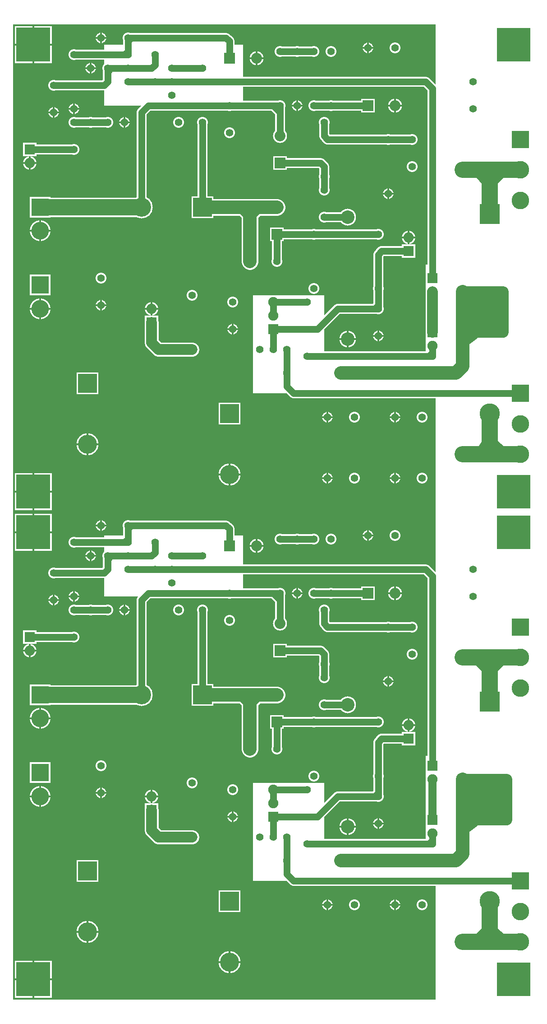
<source format=gbl>
G04*
G04 Format:               Gerber RS-274X*
G04 Layer:                BottomCopper*
G04 This File Name:       5 T-Amp - Stereo.gbl*
G04 Source File Name:     5 T-Amp - Stereo.pcb*
G04 Unique ID:            d56d88e7-26f9-4dda-b3b1-e3405f52b982*
G04 Generated Date:       Sunday, 02 June 2024 19:37:13*
G04*
G04 Created Using:        Robot Room Copper Connection v2.7.5443*
G04 Software Contact:     http://www.robotroom.com/CopperConnection/Support.aspx*
G04 License Number:       1685*
G04 Student Edition:      true*
G04*
G04 Zero Suppression:     Leading*
G04 Number Precision:     2.4*
G04*
%FSLAX24Y24*%
%MOIN*%
%LNBottomCopper*%
%ADD10C,.05*%
%ADD11C,.056*%
%ADD12C,.06*%
%ADD13C,.074*%
%ADD14C,.075*%
%ADD15C,.08*%
%ADD16C,.084*%
%ADD17C,.099*%
%ADD18C,.1*%
%ADD19C,.104*%
%ADD20C,.12*%
%ADD21C,.124*%
%ADD22C,.13*%
%ADD23C,.14*%
%ADD24C,.144*%
%ADD25C,.15*%
%ADD26C,.154*%
%ADD27C,.164*%
%ADD28C,.174*%
%ADD29R,.006X.006*%
%ADD30R,.012X.012*%
%ADD31R,.075X.075*%
%ADD32R,.08X.08*%
%ADD33R,.099X.099*%
%ADD34R,.104X.104*%
%ADD35R,.13X.13*%
%ADD36R,.14X.14*%
%ADD37R,.15X.15*%
%ADD38R,.154X.154*%
%ADD39R,.164X.164*%
%ADD40R,.174X.174*%
%ADD41R,.25X.25*%
%ADD42R,.274X.274*%
%AMTHERMAL*7,0,0,$1,$1-$2-$2,$2,0*%
%ADD43THERMAL,.08X.012*%
%ADD44THERMAL,.099X.012*%
%ADD45THERMAL,.104X.012*%
%ADD46THERMAL,.124X.012*%
%ADD47THERMAL,.154X.012*%
%ADD48THERMAL,.164X.012*%
G36*
G01X30500Y49000D02*
X31500D01*
Y52500D01*
X30500D01*
Y49000D01*
G37*
G36*
X30500Y13000D02*
X31500D01*
Y16500D01*
X30500D01*
Y13000D01*
G37*
G36*
X0Y72000D02*
Y0D01*
X38500D01*
Y72000D01*
X0D01*
G37*
%LPC*%
G36*
X37500Y53000D02*
Y48750D01*
X36250D01*
Y53000D01*
X37500D01*
G37*
G36*
X31250Y0D02*
X38500D01*
Y72000D01*
X31250D01*
Y0D01*
G37*
G36*
X37500Y17000D02*
Y12750D01*
X36250D01*
Y17000D01*
X37500D01*
G37*
G36*
X32000Y10500D02*
Y18000D01*
X30500D01*
Y10500D01*
X32000D01*
G37*
G36*
X23500Y10250D02*
Y11500D01*
X31000D01*
Y10250D01*
X23500D01*
G37*
G36*
X23500Y46250D02*
Y47500D01*
X31000D01*
Y46250D01*
X23500D01*
G37*
G36*
X32000Y46750D02*
Y54250D01*
X30500D01*
Y46750D01*
X32000D01*
G37*
G36*
X18750Y50750D02*
Y49500D01*
X19750D01*
Y50750D01*
X18750D01*
G37*
G36*
X17750Y44750D02*
Y52000D01*
X23000D01*
Y44750D01*
X17750D01*
G37*
G36*
X23500Y10500D02*
Y8500D01*
X32000D01*
Y10500D01*
X23500D01*
G37*
G36*
X23500Y46750D02*
Y44750D01*
X32000D01*
Y46750D01*
X23500D01*
G37*
G36*
X20250Y11500D02*
Y9250D01*
X20750Y8750D01*
X24500D01*
Y11500D01*
X20250D01*
G37*
G36*
X20250Y47500D02*
Y45250D01*
X20750Y44750D01*
X24500D01*
Y47500D01*
X20250D01*
G37*
G36*
X6750Y66000D02*
X17000D01*
Y70500D01*
X6750D01*
Y66000D01*
G37*
G36*
X8500Y70000D02*
Y71250D01*
X15750D01*
X16000Y71000D01*
Y68000D01*
X8500D01*
Y70000D01*
G37*
G36*
X8500Y33750D02*
Y35000D01*
X15750D01*
X16000Y34750D01*
Y31750D01*
X8500D01*
Y33750D01*
G37*
G36*
X6750Y29750D02*
X17000D01*
Y34250D01*
X6750D01*
Y29750D01*
G37*
G36*
X17750Y8750D02*
Y16000D01*
X23000D01*
Y8750D01*
X17750D01*
G37*
D43*
X5750Y68750D03*
X21000Y66000D03*
X27750Y59500D03*
X4500Y65750D03*
X8250Y64750D03*
X3000Y65500D03*
X27000Y49000D03*
X6500Y71000D03*
Y51250D03*
X23250Y38500D03*
X16250Y49500D03*
X23250Y43000D03*
X28250D03*
X34000Y65750D03*
X26250Y70250D03*
X28250Y38500D03*
X5750Y32750D03*
X21000Y30000D03*
X27750Y23500D03*
X4500Y29750D03*
X8250Y28750D03*
X3000Y29500D03*
X27000Y13000D03*
X6500Y35000D03*
Y15250D03*
X16250Y13500D03*
X23250Y7000D03*
X28250D03*
X34000Y29750D03*
X26250Y34250D03*
D44*
X1250Y61750D03*
X29250Y56250D03*
X10250Y51000D03*
X1250Y25750D03*
X29250Y20250D03*
X10250Y15000D03*
D45*
X18000Y69500D03*
X28250Y66000D03*
X18000Y33500D03*
X28250Y30000D03*
D46*
X24750Y48750D03*
Y12750D03*
D47*
X2000Y56750D03*
Y51000D03*
Y20750D03*
Y15000D03*
D48*
X5500Y41000D03*
X16000Y38750D03*
X5500Y5000D03*
X16000Y2750D03*
D13*
X1250Y62750D02*
X4500D01*
Y64750D02*
X5750D01*
X7000Y68750D02*
X8500D01*
Y67750D02*
X11750D01*
X5750Y64750D02*
X7000D01*
X11750Y67750D02*
X10500D01*
X11750Y68750D02*
X14000D01*
X8500Y70750D02*
X8750Y71000D01*
X8500Y68750D02*
X10250D01*
X16000Y69500D02*
Y70750D01*
X10500Y67750D02*
X30500D01*
X31000Y67250D01*
Y53250D01*
X15750Y35000D02*
X8750D01*
X10250Y68750D02*
X10500Y69000D01*
X8500Y70000D02*
X8250Y69750D01*
X10500Y69000D02*
Y69750D01*
X8500D02*
Y70000D01*
X16000Y70750D02*
X15750Y71000D01*
X8500Y69750D02*
X8250D01*
X8500Y70000D02*
Y70750D01*
Y71000D02*
X8750D01*
X8500D02*
Y70750D01*
X4500Y69750D02*
X8250D01*
X14000Y58500D02*
Y64750D01*
X3000Y67500D02*
X6750D01*
X7000Y68500D02*
X7250Y68750D01*
X6750Y67500D02*
X7000Y67750D01*
Y68750D01*
X19750Y70000D02*
X21000D01*
X22250D01*
X19750Y66000D02*
X19250D01*
X16000D02*
X10000D01*
X19750D02*
Y65500D01*
X10000Y66000D02*
X9500Y65500D01*
X19250Y66000D02*
X19750Y65500D01*
X9500D02*
Y58500D01*
X16000Y66000D02*
X19250D01*
X19750Y63750D02*
Y65500D01*
X23500Y66000D02*
X22250D01*
X23500D02*
X26250D01*
X27750Y63500D02*
X29500D01*
X23250D01*
X23000Y63750D01*
Y64750D01*
X24750Y57750D02*
X23000D01*
Y59750D02*
Y60750D01*
X19750Y61750D02*
X22750D01*
X19250Y49500D02*
Y48000D01*
X22750Y61750D02*
X23000Y61500D01*
X19250Y51500D02*
Y50500D01*
X23000Y61500D02*
Y60750D01*
X19250Y51500D02*
X21750D01*
X31000Y47750D02*
X30750Y47500D01*
X20250Y48000D02*
Y46250D01*
X37500Y44750D02*
X20750D01*
X31000Y47500D02*
Y48250D01*
X20750Y44750D02*
X20250Y45250D01*
X31000Y47500D02*
X21750D01*
X20250Y45250D02*
Y46250D01*
X19500Y56500D02*
X22250D01*
X19500Y54500D02*
Y56500D01*
X22250D02*
X27000D01*
Y52500D02*
Y51000D01*
X19250Y49500D02*
X22500D01*
X27000Y51250D02*
X26750Y51000D01*
X22500Y49500D02*
X24000Y51000D01*
X27000D01*
Y52500D02*
Y55000D01*
X27250Y55250D01*
X29250D01*
X1250Y26750D02*
X4500D01*
Y28750D02*
X5750D01*
X7000Y32750D02*
X8500D01*
Y31750D02*
X11750D01*
X5750Y28750D02*
X7000D01*
X11750Y31750D02*
X10500D01*
X11750Y32750D02*
X14000D01*
X8500Y33750D02*
X8250D01*
X8500D02*
Y34000D01*
Y32750D02*
X10250D01*
X16000Y33500D02*
Y34750D01*
X10500Y31750D02*
X30500D01*
X31000Y31250D01*
Y17250D01*
X8500Y34750D02*
X8750Y35000D01*
X10250Y32750D02*
X10500Y33000D01*
X8500Y35000D02*
Y34750D01*
X10500Y33000D02*
Y33750D01*
X16000Y34750D02*
X15750Y35000D01*
X8500D02*
X8750D01*
X8500Y34000D02*
X8250Y33750D01*
X8500Y34750D02*
Y34000D01*
X4500Y33750D02*
X8250D01*
X14000Y22500D02*
Y28750D01*
X3000Y31500D02*
X6750D01*
X7000Y32500D02*
X7250Y32750D01*
X6750Y31500D02*
X7000Y31750D01*
Y32750D01*
X19750Y34000D02*
X21000D01*
X22250D01*
X19750Y30000D02*
X19250D01*
X16000D02*
X10000D01*
X19750D02*
Y29500D01*
X10000Y30000D02*
X9500Y29500D01*
X19250Y30000D02*
X19750Y29500D01*
X9500D02*
Y22500D01*
X16000Y30000D02*
X19250D01*
X19750Y27750D02*
Y29500D01*
X23500Y30000D02*
X22250D01*
X23500D02*
X26250D01*
X27750Y27500D02*
X29500D01*
X23250D01*
X23000Y27750D01*
Y28750D01*
X24750Y21750D02*
X23000D01*
Y23750D02*
Y24750D01*
X19750Y25750D02*
X22750D01*
X19250Y13500D02*
Y12000D01*
X22750Y25750D02*
X23000Y25500D01*
X19250Y15500D02*
Y14500D01*
X23000Y25500D02*
Y24750D01*
X19250Y15500D02*
X21750D01*
X31000Y11750D02*
X30750Y11500D01*
X20250Y12000D02*
Y10250D01*
X37500Y8750D02*
X20750D01*
X31000Y11500D02*
Y12250D01*
X20750Y8750D02*
X20250Y9250D01*
X31000Y11500D02*
X21750D01*
X20250Y9250D02*
Y10250D01*
X19500Y20500D02*
X22250D01*
X19500Y18500D02*
Y20500D01*
X22250D02*
X27000D01*
Y16500D02*
Y15000D01*
X19250Y13500D02*
X22500D01*
X27000Y15250D02*
X26750Y15000D01*
X22500Y13500D02*
X24000Y15000D01*
X27000D01*
Y16500D02*
Y19000D01*
X27250Y19250D01*
X29250D01*
X15750Y71000D02*
X8750D01*
D15*
X18250Y48000D03*
X5750Y64750D03*
X7000Y68750D03*
Y64750D03*
X22250Y66000D03*
Y70000D03*
X23500Y66000D03*
Y70000D03*
X21000D03*
X27750Y63500D03*
X27000Y56500D03*
Y52500D03*
X21750Y51500D03*
Y47500D03*
X20250Y46250D03*
X24250D03*
X19750Y70000D03*
Y66000D03*
X23000Y64750D03*
Y60750D03*
X4500Y69750D03*
X14000Y68750D03*
Y64750D03*
X12250D03*
X4500D03*
Y62750D03*
X3000Y67500D03*
X10500Y67750D03*
Y69750D03*
X29500Y63500D03*
Y61500D03*
X27000Y51000D03*
X19500Y54500D03*
X17500D03*
X23000Y57750D03*
Y59750D03*
X16000Y64000D03*
Y66000D03*
X8500Y71000D03*
X6500Y53250D03*
X22250Y56500D03*
Y52500D03*
X25250Y38500D03*
X19250Y48000D03*
X20250D03*
X8500Y67750D03*
Y68750D03*
Y69750D03*
X11750Y66750D03*
Y67750D03*
Y68750D03*
X30250Y38500D03*
X16250Y51500D03*
X25250Y43000D03*
X30250D03*
X34000Y67750D03*
X28250Y70250D03*
X13250Y52000D03*
Y48000D03*
X18250Y12000D03*
X19250D03*
X20250D03*
X5750Y28750D03*
X7000Y32750D03*
Y28750D03*
X22250Y30000D03*
Y34000D03*
X23500Y30000D03*
Y34000D03*
X21000D03*
X27750Y27500D03*
X27000Y20500D03*
Y16500D03*
X21750Y15500D03*
Y11500D03*
X20250Y10250D03*
X24250D03*
X19750Y34000D03*
Y30000D03*
X23000Y28750D03*
Y24750D03*
X4500Y33750D03*
X14000Y32750D03*
Y28750D03*
X12250D03*
X4500D03*
Y26750D03*
X3000Y31500D03*
X10500Y31750D03*
Y33750D03*
X29500Y27500D03*
Y25500D03*
X27000Y15000D03*
X19500Y18500D03*
X17500D03*
X23000Y21750D03*
Y23750D03*
X16000Y28000D03*
Y30000D03*
X8500Y35000D03*
X6500Y17250D03*
X22250Y20500D03*
Y16500D03*
X8500Y31750D03*
Y32750D03*
Y33750D03*
X11750Y30750D03*
Y31750D03*
Y32750D03*
X16250Y15500D03*
X25250Y7000D03*
X30250D03*
X34000Y31750D03*
X28250Y34250D03*
X13250Y16000D03*
Y12000D03*
D16*
X31000Y13250D02*
Y16250D01*
D17*
X19250Y50500D03*
Y51500D03*
X31000Y52250D03*
X19250Y14500D03*
Y15500D03*
X31000Y12250D03*
Y48250D03*
Y16250D03*
D19*
X19500Y58500D03*
X19750Y63750D03*
X19500Y22500D03*
X19750Y27750D03*
X36250Y49250D02*
Y49750D01*
Y51750D02*
X33250D01*
Y52250D02*
X36250D01*
X33250Y51750D02*
Y51250D01*
X36250Y52250D02*
Y51250D01*
X33250D02*
X36250D01*
Y49250D02*
X34250D01*
X36250Y51250D02*
Y50750D01*
Y50250D01*
X33250Y50750D02*
X36250D01*
X33250Y49250D02*
Y50250D01*
X36250D01*
Y49750D01*
X33250D01*
Y48500D02*
X34250Y49250D01*
X33250D02*
X34250D01*
X13250Y48000D02*
X10750D01*
X10250Y48500D01*
Y50000D01*
X31000Y49250D02*
Y52250D01*
X36500Y13250D02*
Y13750D01*
Y15750D02*
X33250D01*
Y16250D02*
X36500D01*
X33250Y15750D02*
Y15250D01*
X36500Y16250D02*
Y15250D01*
X33250D02*
X36500D01*
Y13250D02*
X34250D01*
X36500Y15250D02*
Y14750D01*
Y14250D01*
X33250Y14750D02*
X36500D01*
X33250Y13250D02*
Y14250D01*
X36500D01*
Y13750D01*
X33250D01*
Y12500D02*
X34250Y13250D01*
X33250D02*
X34250D01*
X13250Y12000D02*
X10750D01*
X10250Y12500D01*
Y14000D01*
D21*
X33250Y40250D03*
Y61250D03*
X24750Y57750D03*
X33250Y4250D03*
Y25250D03*
X24750Y21750D03*
X19500Y58500D02*
X18000D01*
X24250Y46250D02*
X32750D01*
X14000Y58500D02*
X17000D01*
X32750Y46250D02*
X33250Y46750D01*
Y48500D01*
X17500Y54500D02*
Y58000D01*
X18000Y58500D01*
X17500D02*
Y58000D01*
Y58500D02*
X18000D01*
X17500D02*
X17000D01*
X17500Y58000D02*
X17000Y58500D01*
X33250Y52250D02*
Y50750D01*
Y49250D02*
Y50750D01*
Y49250D02*
Y48500D01*
X19500Y22500D02*
X18000D01*
X24250Y10250D02*
X32750D01*
X14000Y22500D02*
X17000D01*
X32750Y10250D02*
X33250Y10750D01*
Y12500D01*
X17500Y18500D02*
Y22000D01*
X18000Y22500D01*
X17500D02*
Y22000D01*
Y22500D02*
X18000D01*
X17500D02*
X17000D01*
X17500Y22000D02*
X17000Y22500D01*
X33250Y16250D02*
Y14750D01*
Y13250D02*
Y14750D01*
Y13250D02*
Y12500D01*
D24*
X2000Y58500D02*
X9500D01*
X37500Y40250D02*
X36000D01*
X35250Y60500D02*
Y58000D01*
X34750Y40250D02*
X35250D01*
Y41000D02*
Y40250D01*
Y60500D02*
X36000Y61250D01*
X35250D02*
Y60500D01*
X34500Y61250D01*
X35250Y40250D02*
X36000D01*
X35250Y43250D02*
Y41000D01*
X36000Y40250D01*
X35250Y41000D02*
X34750Y40250D01*
X33250D01*
X35250Y61250D02*
X34500D01*
Y4250D02*
X35250D01*
X36000D01*
X35250Y5000D02*
Y4250D01*
Y58000D02*
Y61250D01*
Y5000D02*
X36000Y4250D01*
X33250Y61250D02*
X34500D01*
X36000D01*
X2000Y22500D02*
X9500D01*
X37500Y25250D02*
X35250D01*
X37500Y4250D02*
X36000D01*
X33250Y25250D02*
X35250D01*
Y22000D02*
Y24500D01*
X35750Y25000D01*
X35250Y25250D02*
Y24500D01*
X34750Y25000D01*
X35250Y7250D02*
Y5000D01*
X34500Y4250D01*
X33250D01*
X35250Y61250D02*
X36000D01*
X37500D02*
X36000D01*
D26*
X37500Y42500D03*
Y61250D03*
Y6500D03*
Y25250D03*
D27*
X9500Y22500D03*
Y58500D03*
D28*
X35250Y7250D03*
Y15500D03*
Y51500D03*
Y43250D03*
D33*
X19250Y49500D03*
X1250Y62750D03*
X29250Y55250D03*
X31000Y49250D03*
Y53250D03*
X10250Y50000D03*
X19250Y13500D03*
X1250Y26750D03*
X31000Y13250D03*
X29250Y19250D03*
X31000Y17250D03*
X10250Y14000D03*
D34*
X16000Y69500D03*
X19500Y56500D03*
X26250Y66000D03*
X19750Y61750D03*
X16000Y33500D03*
X19500Y20500D03*
X26250Y30000D03*
X19750Y25750D03*
D38*
X2000Y58500D03*
Y52750D03*
Y22500D03*
Y16750D03*
D39*
X5500Y45500D03*
X16000Y43250D03*
X14000Y58500D03*
X5500Y9500D03*
X16000Y7250D03*
X14000Y22500D03*
D40*
X35250Y13750D03*
Y22000D03*
Y58000D03*
Y49750D03*
D30*
X35690Y70620D02*
Y71810D01*
X36880D01*
X37120D02*
X38310D01*
Y70620D01*
Y70380D02*
Y69190D01*
X37120D01*
X36880D02*
X35690D01*
Y70380D01*
X190Y70620D02*
Y71810D01*
X1380D01*
X1620D02*
X2810D01*
Y70620D01*
Y70380D02*
Y69190D01*
X1620D01*
X1380D02*
X190D01*
Y70380D01*
D42*
X37000Y37500D03*
D30*
X190Y37620D02*
Y38810D01*
X1380D01*
X1620D02*
X2810D01*
Y37620D01*
Y37380D02*
Y36190D01*
X1620D01*
X1380D02*
X190D01*
Y37380D01*
X35690Y34620D02*
Y35810D01*
X36880D01*
X37120D02*
X38310D01*
Y34620D01*
Y34380D02*
Y33190D01*
X37120D01*
X36880D02*
X35690D01*
Y34380D01*
X190Y34620D02*
Y35810D01*
X1380D01*
X1620D02*
X2810D01*
Y34620D01*
Y34380D02*
Y33190D01*
X1620D01*
X1380D02*
X190D01*
Y34380D01*
D42*
X37000Y1500D03*
D30*
X190Y1620D02*
Y2810D01*
X1380D01*
X1620D02*
X2810D01*
Y1620D01*
Y1380D02*
Y190D01*
X1620D01*
X1380D02*
X190D01*
Y1380D01*
%LPD*%
D10*
X1250Y62750D02*
X4500D01*
Y64750D02*
X5750D01*
X7000Y68750D02*
X8500D01*
Y67750D02*
X11750D01*
X5750Y64750D02*
X7000D01*
X11750Y67750D02*
X10500D01*
X11750Y68750D02*
X14000D01*
X8500Y70750D02*
X8750Y71000D01*
X8500Y68750D02*
X10250D01*
X16000Y69500D02*
Y70750D01*
X10500Y67750D02*
X30500D01*
X31000Y67250D01*
Y53250D01*
X15750Y35000D02*
X8750D01*
X10250Y68750D02*
X10500Y69000D01*
X8500Y70000D02*
X8250Y69750D01*
X10500Y69000D02*
Y69750D01*
X8500D02*
Y70000D01*
X16000Y70750D02*
X15750Y71000D01*
X8500Y69750D02*
X8250D01*
X8500Y70000D02*
Y70750D01*
Y71000D02*
X8750D01*
X8500D02*
Y70750D01*
X4500Y69750D02*
X8250D01*
X14000Y58500D02*
Y64750D01*
X3000Y67500D02*
X6750D01*
X7000Y68500D02*
X7250Y68750D01*
X6750Y67500D02*
X7000Y67750D01*
Y68750D01*
X19750Y70000D02*
X21000D01*
X22250D01*
X19750Y66000D02*
X19250D01*
X16000D02*
X10000D01*
X19750D02*
Y65500D01*
X10000Y66000D02*
X9500Y65500D01*
X19250Y66000D02*
X19750Y65500D01*
X9500D02*
Y58500D01*
X16000Y66000D02*
X19250D01*
X19750Y63750D02*
Y65500D01*
X23500Y66000D02*
X22250D01*
X23500D02*
X26250D01*
X27750Y63500D02*
X29500D01*
X23250D01*
X23000Y63750D01*
Y64750D01*
X24750Y57750D02*
X23000D01*
Y59750D02*
Y60750D01*
X19750Y61750D02*
X22750D01*
X19250Y49500D02*
Y48000D01*
X22750Y61750D02*
X23000Y61500D01*
X19250Y51500D02*
Y50500D01*
X23000Y61500D02*
Y60750D01*
X19250Y51500D02*
X21750D01*
X31000Y47750D02*
X30750Y47500D01*
X20250Y48000D02*
Y46250D01*
X37500Y44750D02*
X20750D01*
X31000Y47500D02*
Y48250D01*
X20750Y44750D02*
X20250Y45250D01*
X31000Y47500D02*
X21750D01*
X20250Y45250D02*
Y46250D01*
X19500Y56500D02*
X22250D01*
X19500Y54500D02*
Y56500D01*
X22250D02*
X27000D01*
Y52500D02*
Y51000D01*
X19250Y49500D02*
X22500D01*
X27000Y51250D02*
X26750Y51000D01*
X22500Y49500D02*
X24000Y51000D01*
X27000D01*
Y52500D02*
Y55000D01*
X27250Y55250D01*
X29250D01*
X1250Y26750D02*
X4500D01*
Y28750D02*
X5750D01*
X7000Y32750D02*
X8500D01*
Y31750D02*
X11750D01*
X5750Y28750D02*
X7000D01*
X11750Y31750D02*
X10500D01*
X11750Y32750D02*
X14000D01*
X8500Y33750D02*
X8250D01*
X8500D02*
Y34000D01*
Y32750D02*
X10250D01*
X16000Y33500D02*
Y34750D01*
X10500Y31750D02*
X30500D01*
X31000Y31250D01*
Y17250D01*
X8500Y34750D02*
X8750Y35000D01*
X10250Y32750D02*
X10500Y33000D01*
X8500Y35000D02*
Y34750D01*
X10500Y33000D02*
Y33750D01*
X16000Y34750D02*
X15750Y35000D01*
X8500D02*
X8750D01*
X8500Y34000D02*
X8250Y33750D01*
X8500Y34750D02*
Y34000D01*
X4500Y33750D02*
X8250D01*
X14000Y22500D02*
Y28750D01*
X3000Y31500D02*
X6750D01*
X7000Y32500D02*
X7250Y32750D01*
X6750Y31500D02*
X7000Y31750D01*
Y32750D01*
X19750Y34000D02*
X21000D01*
X22250D01*
X19750Y30000D02*
X19250D01*
X16000D02*
X10000D01*
X19750D02*
Y29500D01*
X10000Y30000D02*
X9500Y29500D01*
X19250Y30000D02*
X19750Y29500D01*
X9500D02*
Y22500D01*
X16000Y30000D02*
X19250D01*
X19750Y27750D02*
Y29500D01*
X23500Y30000D02*
X22250D01*
X23500D02*
X26250D01*
X27750Y27500D02*
X29500D01*
X23250D01*
X23000Y27750D01*
Y28750D01*
X24750Y21750D02*
X23000D01*
Y23750D02*
Y24750D01*
X19750Y25750D02*
X22750D01*
X19250Y13500D02*
Y12000D01*
X22750Y25750D02*
X23000Y25500D01*
X19250Y15500D02*
Y14500D01*
X23000Y25500D02*
Y24750D01*
X19250Y15500D02*
X21750D01*
X31000Y11750D02*
X30750Y11500D01*
X20250Y12000D02*
Y10250D01*
X37500Y8750D02*
X20750D01*
X31000Y11500D02*
Y12250D01*
X20750Y8750D02*
X20250Y9250D01*
X31000Y11500D02*
X21750D01*
X20250Y9250D02*
Y10250D01*
X19500Y20500D02*
X22250D01*
X19500Y18500D02*
Y20500D01*
X22250D02*
X27000D01*
Y16500D02*
Y15000D01*
X19250Y13500D02*
X22500D01*
X27000Y15250D02*
X26750Y15000D01*
X22500Y13500D02*
X24000Y15000D01*
X27000D01*
Y16500D02*
Y19000D01*
X27250Y19250D01*
X29250D01*
X15750Y71000D02*
X8750D01*
D11*
X18250Y48000D03*
X5750Y64750D03*
Y68750D03*
X7000D03*
Y64750D03*
X22250Y66000D03*
Y70000D03*
X23500Y66000D03*
Y70000D03*
X21000D03*
Y66000D03*
X27750Y63500D03*
Y59500D03*
X27000Y56500D03*
Y52500D03*
X21750Y51500D03*
Y47500D03*
X20250Y46250D03*
X24250D03*
X19750Y70000D03*
Y66000D03*
X23000Y64750D03*
Y60750D03*
X4500Y69750D03*
Y65750D03*
X14000Y68750D03*
Y64750D03*
X8250D03*
X12250D03*
X4500D03*
Y62750D03*
X3000Y65500D03*
Y67500D03*
X10500Y67750D03*
Y69750D03*
X29500Y63500D03*
Y61500D03*
X27000Y51000D03*
Y49000D03*
X19500Y54500D03*
X17500D03*
X23000Y57750D03*
Y59750D03*
X16000Y64000D03*
Y66000D03*
X8500Y71000D03*
X6500D03*
Y53250D03*
Y51250D03*
X22250Y56500D03*
Y52500D03*
X25250Y38500D03*
X23250D03*
X19250Y48000D03*
X20250D03*
X8500Y67750D03*
Y68750D03*
Y69750D03*
X11750Y66750D03*
Y67750D03*
Y68750D03*
X30250Y38500D03*
X16250Y51500D03*
Y49500D03*
X25250Y43000D03*
X23250D03*
X30250D03*
X28250D03*
X34000Y67750D03*
Y65750D03*
X28250Y70250D03*
X26250D03*
X28250Y38500D03*
X13250Y52000D03*
Y48000D03*
X18250Y12000D03*
X19250D03*
X20250D03*
X5750Y28750D03*
Y32750D03*
X7000D03*
Y28750D03*
X22250Y30000D03*
Y34000D03*
X23500Y30000D03*
Y34000D03*
X21000D03*
Y30000D03*
X27750Y27500D03*
Y23500D03*
X27000Y20500D03*
Y16500D03*
X21750Y15500D03*
Y11500D03*
X20250Y10250D03*
X24250D03*
X19750Y34000D03*
Y30000D03*
X23000Y28750D03*
Y24750D03*
X4500Y33750D03*
Y29750D03*
X14000Y32750D03*
Y28750D03*
X8250D03*
X12250D03*
X4500D03*
Y26750D03*
X3000Y29500D03*
Y31500D03*
X10500Y31750D03*
Y33750D03*
X29500Y27500D03*
Y25500D03*
X27000Y15000D03*
Y13000D03*
X19500Y18500D03*
X17500D03*
X23000Y21750D03*
Y23750D03*
X16000Y28000D03*
Y30000D03*
X8500Y35000D03*
X6500D03*
Y17250D03*
Y15250D03*
X22250Y20500D03*
Y16500D03*
X8500Y31750D03*
Y32750D03*
Y33750D03*
X11750Y30750D03*
Y31750D03*
Y32750D03*
X16250Y15500D03*
Y13500D03*
X25250Y7000D03*
X23250D03*
X30250D03*
X28250D03*
X34000Y31750D03*
Y29750D03*
X28250Y34250D03*
X26250D03*
X13250Y16000D03*
Y12000D03*
D12*
X31000Y13250D02*
Y16250D01*
D14*
X19250Y50500D03*
Y51500D03*
X1250Y61750D03*
X29250Y56250D03*
X31000Y52250D03*
X10250Y51000D03*
X19250Y14500D03*
Y15500D03*
X1250Y25750D03*
X31000Y12250D03*
Y48250D03*
X29250Y20250D03*
X31000Y16250D03*
X10250Y15000D03*
D15*
X18000Y69500D03*
X19500Y58500D03*
X28250Y66000D03*
X19750Y63750D03*
X18000Y33500D03*
X19500Y22500D03*
X28250Y30000D03*
X19750Y27750D03*
X36250Y49250D02*
Y49750D01*
Y51750D02*
X33250D01*
Y52250D02*
X36250D01*
X33250Y51750D02*
Y51250D01*
X36250Y52250D02*
Y51250D01*
X33250D02*
X36250D01*
Y49250D02*
X34250D01*
X36250Y51250D02*
Y50750D01*
Y50250D01*
X33250Y50750D02*
X36250D01*
X33250Y49250D02*
Y50250D01*
X36250D01*
Y49750D01*
X33250D01*
Y48500D02*
X34250Y49250D01*
X33250D02*
X34250D01*
X13250Y48000D02*
X10750D01*
X10250Y48500D01*
Y50000D01*
X31000Y49250D02*
Y52250D01*
X36500Y13250D02*
Y13750D01*
Y15750D02*
X33250D01*
Y16250D02*
X36500D01*
X33250Y15750D02*
Y15250D01*
X36500Y16250D02*
Y15250D01*
X33250D02*
X36500D01*
Y13250D02*
X34250D01*
X36500Y15250D02*
Y14750D01*
Y14250D01*
X33250Y14750D02*
X36500D01*
X33250Y13250D02*
Y14250D01*
X36500D01*
Y13750D01*
X33250D01*
Y12500D02*
X34250Y13250D01*
X33250D02*
X34250D01*
X13250Y12000D02*
X10750D01*
X10250Y12500D01*
Y14000D01*
D18*
X33250Y49250D03*
Y40250D03*
Y61250D03*
Y52250D03*
X24750Y48750D03*
Y57750D03*
X33250Y13250D03*
Y4250D03*
Y25250D03*
Y16250D03*
X24750Y12750D03*
Y21750D03*
X19500Y58500D02*
X18000D01*
X24250Y46250D02*
X32750D01*
X14000Y58500D02*
X17000D01*
X32750Y46250D02*
X33250Y46750D01*
Y48500D01*
X17500Y54500D02*
Y58000D01*
X18000Y58500D01*
X17500D02*
Y58000D01*
Y58500D02*
X18000D01*
X17500D02*
X17000D01*
X17500Y58000D02*
X17000Y58500D01*
X33250Y52250D02*
Y50750D01*
Y49250D02*
Y50750D01*
Y49250D02*
Y48500D01*
X19500Y22500D02*
X18000D01*
X24250Y10250D02*
X32750D01*
X14000Y22500D02*
X17000D01*
X32750Y10250D02*
X33250Y10750D01*
Y12500D01*
X17500Y18500D02*
Y22000D01*
X18000Y22500D01*
X17500D02*
Y22000D01*
Y22500D02*
X18000D01*
X17500D02*
X17000D01*
X17500Y22000D02*
X17000Y22500D01*
X33250Y16250D02*
Y14750D01*
Y13250D02*
Y14750D01*
Y13250D02*
Y12500D01*
D20*
X2000Y58500D02*
X9500D01*
X37500Y40250D02*
X36000D01*
X35250Y60500D02*
Y58000D01*
X34750Y40250D02*
X35250D01*
Y41000D02*
Y40250D01*
Y60500D02*
X36000Y61250D01*
X35250D02*
Y60500D01*
X34500Y61250D01*
X35250Y40250D02*
X36000D01*
X35250Y43250D02*
Y41000D01*
X36000Y40250D01*
X35250Y41000D02*
X34750Y40250D01*
X33250D01*
X35250Y61250D02*
X34500D01*
Y4250D02*
X35250D01*
X36000D01*
X35250Y5000D02*
Y4250D01*
Y58000D02*
Y61250D01*
Y5000D02*
X36000Y4250D01*
X33250Y61250D02*
X34500D01*
X36000D01*
X2000Y22500D02*
X9500D01*
X37500Y25250D02*
X35250D01*
X37500Y4250D02*
X36000D01*
X33250Y25250D02*
X35250D01*
Y22000D02*
Y24500D01*
X35750Y25000D01*
X35250Y25250D02*
Y24500D01*
X34750Y25000D01*
X35250Y7250D02*
Y5000D01*
X34500Y4250D01*
X33250D01*
X35250Y61250D02*
X36000D01*
X37500D02*
X36000D01*
D22*
X2000Y56750D03*
X37500Y42500D03*
Y40250D03*
Y61250D03*
Y59000D03*
X2000Y51000D03*
X37500Y6500D03*
Y4250D03*
X2000Y20750D03*
Y15000D03*
X37500Y25250D03*
Y23000D03*
D23*
X5500Y41000D03*
X16000Y38750D03*
X5500Y5000D03*
X16000Y2750D03*
X9500Y22500D03*
Y58500D03*
D25*
X35250Y7250D03*
Y15500D03*
Y51500D03*
Y43250D03*
D31*
X19250Y49500D03*
X1250Y62750D03*
X29250Y55250D03*
X31000Y49250D03*
Y53250D03*
X10250Y50000D03*
X19250Y13500D03*
X1250Y26750D03*
X31000Y13250D03*
X29250Y19250D03*
X31000Y17250D03*
X10250Y14000D03*
D32*
X16000Y69500D03*
X19500Y56500D03*
X26250Y66000D03*
X19750Y61750D03*
X16000Y33500D03*
X19500Y20500D03*
X26250Y30000D03*
X19750Y25750D03*
D35*
X37500Y44750D03*
X2000Y58500D03*
Y52750D03*
X37500Y63500D03*
Y8750D03*
X2000Y22500D03*
Y16750D03*
X37500Y27500D03*
D36*
X5500Y45500D03*
X16000Y43250D03*
X14000Y58500D03*
X5500Y9500D03*
X16000Y7250D03*
X14000Y22500D03*
D37*
X35250Y13750D03*
Y22000D03*
Y58000D03*
Y49750D03*
D41*
X37000Y70500D03*
X1500D03*
X37000Y37500D03*
X1500D03*
X37000Y34500D03*
X1500D03*
X37000Y1500D03*
X1500D03*
M02*

</source>
